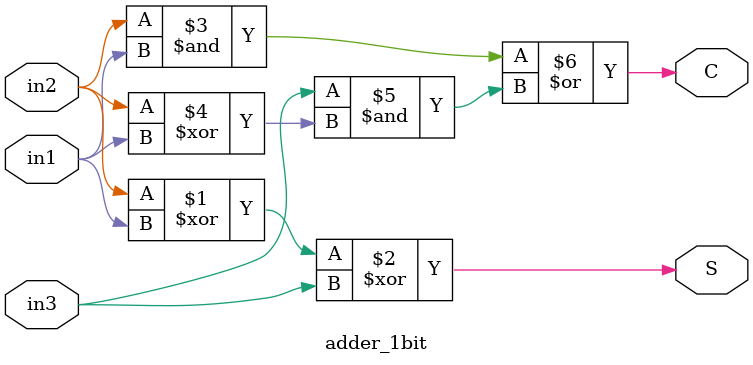
<source format=sv>
module adder_32bit(A, B, sel, OUT, CarryOut);
parameter N = 32;	            //Number of bits is 32
input logic [N-1:0] A;			//First operand
input logic [N-1:0] B;			//Second operand
input logic sel;				//If sel=0, the operation is addition, else subtraction
output logic [N-1:0] OUT;		//The Result of the calculation
output logic CarryOut;

genvar i;
wire [N:0] C;

assign C[0] = sel;
assign CarryOut = C[N];

generate
    for(i=0; i<N; i=i+1) begin : stage
        adder_1bit adder(.in1(A[i]), .in2(B[i]^sel), .in3(C[i]), .S(OUT[i]), .C(C[i+1]));
    end
endgenerate
endmodule

//-------------------------Sub_Modules----------------------------//

/////////////////////
// Full Adder 1 bit//
/////////////////////
module adder_1bit(input logic in1, in2, in3,
                  output logic S, C);
assign S = in2^in1^in3;
assign C = (in2&in1)|(in3&(in2^in1));
endmodule


</source>
